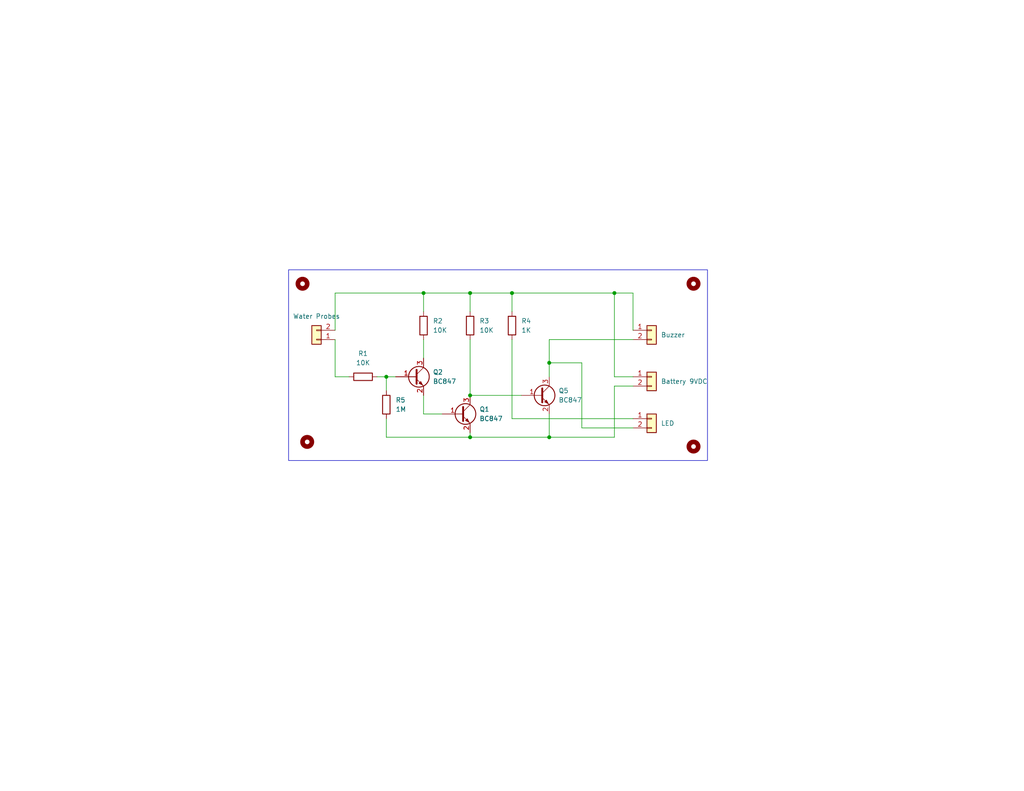
<source format=kicad_sch>
(kicad_sch (version 20230121) (generator eeschema)
  (paper "USLetter")
  (title_block (title "Low Water Dog Dish Sensor") (date "2023-08-11") (rev "1.2") (company "FWCC"))
  (lib_symbols
    (symbol "Connector_Generic:Conn_01x02" (pin_names (offset 1.016) hide)
      (property "Reference" "J" (at 0 2.54 0))
      (property "Value" "Conn_01x02" (at 0 -5.08 0))
      (symbol "Conn_01x02_1_1"
        (rectangle (start -1.27 -2.413) (end 0 -2.667) (stroke (width 0.1524)))
        (rectangle (start -1.27 0.127) (end 0 -0.127) (stroke (width 0.1524)))
        (rectangle (start -1.27 1.27) (end 1.27 -3.81) (stroke (width 0.254)) (fill (type background)))
        (pin passive line (at -5.08 0 0) (length 3.81) (name "Pin_1") (number "1"))
        (pin passive line (at -5.08 -2.54 0) (length 3.81) (name "Pin_2") (number "2"))
      )
    )
    (symbol "Device:R" (pin_numbers hide) (pin_names (offset 0))
      (property "Reference" "R" (at 2.032 0 90))
      (property "Value" "R" (at 0 0 90))
      (symbol "R_0_1"
        (rectangle (start -1.016 -2.54) (end 1.016 2.54) (stroke (width 0.254)))
      )
      (symbol "R_1_1"
        (pin passive line (at 0 3.81 270) (length 1.27) (name "~") (number "1"))
        (pin passive line (at 0 -3.81 90) (length 1.27) (name "~") (number "2"))
      )
    )
    (symbol "Mechanical:MountingHole" (pin_names (offset 1.016))
      (property "Reference" "H" (at 0 5.08 0))
      (property "Value" "MountingHole" (at 0 3.175 0))
      (symbol "MountingHole_0_1"
        (circle (center 0 0) (radius 1.27) (stroke (width 1.27)))
      )
    )
    (symbol "Transistor_BJT:BC847" (pin_names (offset 0) hide)
      (property "Reference" "Q" (at 5.08 1.905 0))
      (property "Value" "BC847" (at 5.08 0 0))
      (symbol "BC847_0_1"
        (polyline (pts (xy 0.635 0.635) (xy 2.54 2.54)))
        (polyline (pts (xy 0.635 -0.635) (xy 2.54 -2.54) (xy 2.54 -2.54)))
        (polyline (pts (xy 0.635 1.905) (xy 0.635 -1.905) (xy 0.635 -1.905)) (stroke (width 0.508)))
        (polyline (pts (xy 1.27 -1.778) (xy 1.778 -1.27) (xy 2.286 -2.286) (xy 1.27 -1.778) (xy 1.27 -1.778)) (fill (type outline)))
        (circle (center 1.27 0) (radius 2.8194) (stroke (width 0.254)))
      )
      (symbol "BC847_1_1"
        (pin input line (at -5.08 0 0) (length 5.715) (name "B") (number "1"))
        (pin passive line (at 2.54 -5.08 90) (length 2.54) (name "E") (number "2"))
        (pin passive line (at 2.54 5.08 270) (length 2.54) (name "C") (number "3"))
      )
    )
  )
  (junction (at 115.57 80.01))
  (junction (at 149.86 119.38))
  (junction (at 128.27 80.01))
  (junction (at 128.27 119.38))
  (junction (at 105.41 102.87))
  (junction (at 149.86 99.06))
  (junction (at 128.27 107.95))
  (junction (at 139.7 80.01))
  (junction (at 167.64 80.01))
  (wire (pts (xy 128.27 80.01) (xy 139.7 80.01)))
  (wire (pts (xy 105.41 102.87) (xy 107.95 102.87)))
  (wire (pts (xy 91.44 102.87) (xy 95.25 102.87)))
  (wire (pts (xy 172.72 80.01) (xy 172.72 90.17)))
  (wire (pts (xy 139.7 80.01) (xy 167.64 80.01)))
  (wire (pts (xy 105.41 119.38) (xy 128.27 119.38)))
  (wire (pts (xy 139.7 80.01) (xy 139.7 85.09)))
  (wire (pts (xy 172.72 116.84) (xy 158.75 116.84)))
  (wire (pts (xy 128.27 80.01) (xy 128.27 85.09)))
  (wire (pts (xy 167.64 102.87) (xy 172.72 102.87)))
  (wire (pts (xy 167.64 105.41) (xy 167.64 119.38)))
  (wire (pts (xy 139.7 114.3) (xy 139.7 92.71)))
  (wire (pts (xy 149.86 99.06) (xy 149.86 102.87)))
  (wire (pts (xy 158.75 116.84) (xy 158.75 99.06)))
  (wire (pts (xy 115.57 80.01) (xy 115.57 85.09)))
  (wire (pts (xy 105.41 102.87) (xy 105.41 106.68)))
  (wire (pts (xy 172.72 92.71) (xy 149.86 92.71)))
  (wire (pts (xy 149.86 119.38) (xy 167.64 119.38)))
  (wire (pts (xy 115.57 113.03) (xy 120.65 113.03)))
  (wire (pts (xy 128.27 92.71) (xy 128.27 107.95)))
  (wire (pts (xy 149.86 92.71) (xy 149.86 99.06)))
  (wire (pts (xy 105.41 119.38) (xy 105.41 114.3)))
  (wire (pts (xy 142.24 107.95) (xy 128.27 107.95)))
  (wire (pts (xy 167.64 105.41) (xy 172.72 105.41)))
  (wire (pts (xy 172.72 114.3) (xy 139.7 114.3)))
  (wire (pts (xy 115.57 80.01) (xy 128.27 80.01)))
  (wire (pts (xy 115.57 107.95) (xy 115.57 113.03)))
  (wire (pts (xy 115.57 92.71) (xy 115.57 97.79)))
  (wire (pts (xy 158.75 99.06) (xy 149.86 99.06)))
  (wire (pts (xy 91.44 80.01) (xy 91.44 90.17)))
  (wire (pts (xy 149.86 113.03) (xy 149.86 119.38)))
  (wire (pts (xy 91.44 92.71) (xy 91.44 102.87)))
  (wire (pts (xy 91.44 80.01) (xy 115.57 80.01)))
  (wire (pts (xy 128.27 118.11) (xy 128.27 119.38)))
  (wire (pts (xy 102.87 102.87) (xy 105.41 102.87)))
  (wire (pts (xy 167.64 80.01) (xy 167.64 102.87)))
  (wire (pts (xy 172.72 80.01) (xy 167.64 80.01)))
  (wire (pts (xy 128.27 119.38) (xy 149.86 119.38)))
  (rectangle (start 78.74 73.66) (end 193.04 125.73))
  (symbol (lib_id "Mechanical:MountingHole") (at 82.55 77.47 0) (unit 1)
    (property "Reference" "H2" (effects hide))
    (property "Value" "MountingHole" (effects hide))
    (property "Footprint" "MountingHole:MountingHole_2.5mm" (effects hide))
  )
  (symbol (lib_id "Connector_Generic:Conn_01x02") (at 177.8 102.87 0) (unit 1)
    (property "Reference" "J2" (effects hide))
    (property "Value" "Battery 9VDC" (at 180.34 104.14 0) (effects (justify left)))
    (property "Footprint" "Connector_Wire:SolderWire-0.25sqmm_1x02_P4.5mm_D0.65mm_OD2mm" (effects hide))
  )
  (symbol (lib_id "Device:R") (at 115.57 88.9 0) (unit 1)
    (property "Reference" "R2" (at 118.11 87.63 0) (effects (justify left)))
    (property "Value" "10K" (at 118.11 90.17 0) (effects (justify left)))
    (property "Footprint" "Resistor_SMD:R_0603_1608Metric" (effects hide))
  )
  (symbol (lib_id "Connector_Generic:Conn_01x02") (at 177.8 90.17 0) (unit 1)
    (property "Reference" "J3" (effects hide))
    (property "Value" "Buzzer" (at 180.34 91.44 0) (effects (justify left)))
    (property "Footprint" "Connector_Wire:SolderWire-0.25sqmm_1x02_P4.5mm_D0.65mm_OD2mm" (effects hide))
  )
  (symbol (lib_id "Mechanical:MountingHole") (at 189.23 121.92 0) (unit 1)
    (property "Reference" "H4" (effects hide))
    (property "Value" "MountingHole" (effects hide))
    (property "Footprint" "MountingHole:MountingHole_2.5mm" (effects hide))
  )
  (symbol (lib_id "Device:R") (at 128.27 88.9 0) (unit 1)
    (property "Reference" "R3" (at 130.81 87.63 0) (effects (justify left)))
    (property "Value" "10K" (at 130.81 90.17 0) (effects (justify left)))
    (property "Footprint" "Resistor_SMD:R_0603_1608Metric" (effects hide))
  )
  (symbol (lib_id "Device:R") (at 105.41 110.49 0) (unit 1)
    (property "Reference" "R5" (at 107.95 109.22 0) (effects (justify left)))
    (property "Value" "1M" (at 107.95 111.76 0) (effects (justify left)))
    (property "Footprint" "Resistor_SMD:R_0603_1608Metric" (effects hide))
  )
  (symbol (lib_id "Transistor_BJT:BC847") (at 147.32 107.95 0) (unit 1)
    (property "Reference" "Q5" (at 152.4 106.68 0) (effects (justify left)))
    (property "Value" "BC847" (at 152.4 109.22 0) (effects (justify left)))
    (property "Footprint" "Package_TO_SOT_SMD:SOT-23" (effects hide))
    (property "Datasheet" "http://www.infineon.com/dgdl/Infineon-BC847SERIES_BC848SERIES_BC849SERIES_BC850SERIES-DS-v01_01-en.pdf?fileId=db3a304314dca389011541d4630a1657" (effects hide))
  )
  (symbol (lib_id "Device:R") (at 99.06 102.87 90) (unit 1)
    (property "Reference" "R1" (at 99.06 96.52 90))
    (property "Value" "10K" (at 99.06 99.06 90))
    (property "Footprint" "Resistor_SMD:R_0603_1608Metric" (effects hide))
  )
  (symbol (lib_id "Device:R") (at 139.7 88.9 0) (unit 1)
    (property "Reference" "R4" (at 142.24 87.63 0) (effects (justify left)))
    (property "Value" "1K" (at 142.24 90.17 0) (effects (justify left)))
    (property "Footprint" "Resistor_SMD:R_0603_1608Metric" (effects hide))
  )
  (symbol (lib_id "Transistor_BJT:BC847") (at 113.03 102.87 0) (unit 1)
    (property "Reference" "Q2" (at 118.11 101.6 0) (effects (justify left)))
    (property "Value" "BC847" (at 118.11 104.14 0) (effects (justify left)))
    (property "Footprint" "Package_TO_SOT_SMD:SOT-23" (effects hide))
    (property "Datasheet" "http://www.infineon.com/dgdl/Infineon-BC847SERIES_BC848SERIES_BC849SERIES_BC850SERIES-DS-v01_01-en.pdf?fileId=db3a304314dca389011541d4630a1657" (effects hide))
  )
  (symbol (lib_id "Connector_Generic:Conn_01x02") (at 86.36 92.71 180) (unit 1)
    (property "Reference" "J1" (effects hide))
    (property "Value" "Water Probes" (at 86.36 86.36 0))
    (property "Footprint" "Connector_Wire:SolderWire-0.25sqmm_1x02_P4.5mm_D0.65mm_OD2mm" (effects hide))
  )
  (symbol (lib_id "Connector_Generic:Conn_01x02") (at 177.8 114.3 0) (unit 1)
    (property "Reference" "J4" (effects hide))
    (property "Value" "LED" (at 180.34 115.57 0) (effects (justify left)))
    (property "Footprint" "Connector_Wire:SolderWire-0.25sqmm_1x02_P4.5mm_D0.65mm_OD2mm" (effects hide))
  )
  (symbol (lib_id "Transistor_BJT:BC847") (at 125.73 113.03 0) (unit 1)
    (property "Reference" "Q1" (at 130.81 111.76 0) (effects (justify left)))
    (property "Value" "BC847" (at 130.81 114.3 0) (effects (justify left)))
    (property "Footprint" "Package_TO_SOT_SMD:SOT-23" (effects hide))
    (property "Datasheet" "http://www.infineon.com/dgdl/Infineon-BC847SERIES_BC848SERIES_BC849SERIES_BC850SERIES-DS-v01_01-en.pdf?fileId=db3a304314dca389011541d4630a1657" (effects hide))
  )
  (symbol (lib_id "Mechanical:MountingHole") (at 83.82 120.65 0) (unit 1)
    (property "Reference" "H1" (effects hide))
    (property "Value" "MountingHole" (effects hide))
    (property "Footprint" "MountingHole:MountingHole_2.5mm" (effects hide))
  )
  (symbol (lib_id "Mechanical:MountingHole") (at 189.23 77.47 0) (unit 1)
    (property "Reference" "H3" (effects hide))
    (property "Value" "MountingHole" (effects hide))
    (property "Footprint" "MountingHole:MountingHole_2.5mm" (effects hide))
  )
)
</source>
